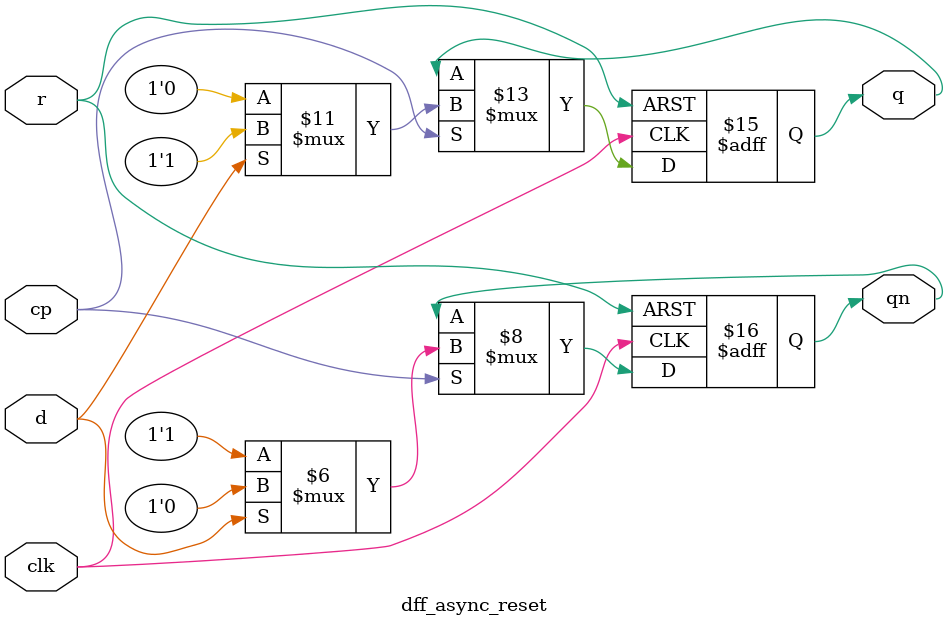
<source format=sv>
module dff_async_reset (
  input clk,
  input cp,
  input d,
  input r,    
  output reg q,
  output reg qn
);

always @(posedge clk or posedge r) begin
  if (r == 1'b1) begin
    q <= 1'b0;
    qn <= 1'b1;
  end else if (cp == 1'b1) begin
    if (d == 1'b1) begin
      q <= 1'b1;
      qn <= 1'b0;
    end else begin
      q <= 1'b0;
      qn <= 1'b1;
    end
  end
end

endmodule

</source>
